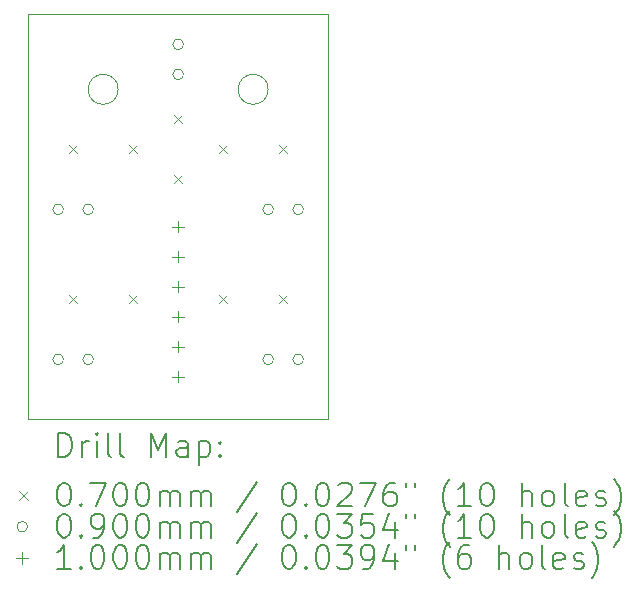
<source format=gbr>
%TF.GenerationSoftware,KiCad,Pcbnew,7.0.8*%
%TF.CreationDate,2023-11-19T21:35:30-05:00*%
%TF.ProjectId,Light Pcb,4c696768-7420-4506-9362-2e6b69636164,rev?*%
%TF.SameCoordinates,Original*%
%TF.FileFunction,Drillmap*%
%TF.FilePolarity,Positive*%
%FSLAX45Y45*%
G04 Gerber Fmt 4.5, Leading zero omitted, Abs format (unit mm)*
G04 Created by KiCad (PCBNEW 7.0.8) date 2023-11-19 21:35:30*
%MOMM*%
%LPD*%
G01*
G04 APERTURE LIST*
%ADD10C,0.100000*%
%ADD11C,0.200000*%
%ADD12C,0.070000*%
%ADD13C,0.090000*%
G04 APERTURE END LIST*
D10*
X10922000Y-5334000D02*
G75*
G03*
X10922000Y-5334000I-127000J0D01*
G01*
X9652000Y-5334000D02*
G75*
G03*
X9652000Y-5334000I-127000J0D01*
G01*
X8890000Y-4699000D02*
X11430000Y-4699000D01*
X11430000Y-8128000D01*
X8890000Y-8128000D01*
X8890000Y-4699000D01*
D11*
D12*
X9236000Y-5807000D02*
X9306000Y-5877000D01*
X9306000Y-5807000D02*
X9236000Y-5877000D01*
X9236000Y-7077000D02*
X9306000Y-7147000D01*
X9306000Y-7077000D02*
X9236000Y-7147000D01*
X9744000Y-5807000D02*
X9814000Y-5877000D01*
X9814000Y-5807000D02*
X9744000Y-5877000D01*
X9744000Y-7077000D02*
X9814000Y-7147000D01*
X9814000Y-7077000D02*
X9744000Y-7147000D01*
X10125000Y-5553000D02*
X10195000Y-5623000D01*
X10195000Y-5553000D02*
X10125000Y-5623000D01*
X10125000Y-6061000D02*
X10195000Y-6131000D01*
X10195000Y-6061000D02*
X10125000Y-6131000D01*
X10506000Y-5807000D02*
X10576000Y-5877000D01*
X10576000Y-5807000D02*
X10506000Y-5877000D01*
X10506000Y-7077000D02*
X10576000Y-7147000D01*
X10576000Y-7077000D02*
X10506000Y-7147000D01*
X11014000Y-5807000D02*
X11084000Y-5877000D01*
X11084000Y-5807000D02*
X11014000Y-5877000D01*
X11014000Y-7077000D02*
X11084000Y-7147000D01*
X11084000Y-7077000D02*
X11014000Y-7147000D01*
D13*
X9189000Y-6350000D02*
G75*
G03*
X9189000Y-6350000I-45000J0D01*
G01*
X9189000Y-7620000D02*
G75*
G03*
X9189000Y-7620000I-45000J0D01*
G01*
X9443000Y-6350000D02*
G75*
G03*
X9443000Y-6350000I-45000J0D01*
G01*
X9443000Y-7620000D02*
G75*
G03*
X9443000Y-7620000I-45000J0D01*
G01*
X10205000Y-4953000D02*
G75*
G03*
X10205000Y-4953000I-45000J0D01*
G01*
X10205000Y-5207000D02*
G75*
G03*
X10205000Y-5207000I-45000J0D01*
G01*
X10967000Y-6350000D02*
G75*
G03*
X10967000Y-6350000I-45000J0D01*
G01*
X10967000Y-7620000D02*
G75*
G03*
X10967000Y-7620000I-45000J0D01*
G01*
X11221000Y-6350000D02*
G75*
G03*
X11221000Y-6350000I-45000J0D01*
G01*
X11221000Y-7620000D02*
G75*
G03*
X11221000Y-7620000I-45000J0D01*
G01*
D10*
X10160000Y-6446000D02*
X10160000Y-6546000D01*
X10110000Y-6496000D02*
X10210000Y-6496000D01*
X10160000Y-6700000D02*
X10160000Y-6800000D01*
X10110000Y-6750000D02*
X10210000Y-6750000D01*
X10160000Y-6954000D02*
X10160000Y-7054000D01*
X10110000Y-7004000D02*
X10210000Y-7004000D01*
X10160000Y-7208000D02*
X10160000Y-7308000D01*
X10110000Y-7258000D02*
X10210000Y-7258000D01*
X10160000Y-7462000D02*
X10160000Y-7562000D01*
X10110000Y-7512000D02*
X10210000Y-7512000D01*
X10160000Y-7716000D02*
X10160000Y-7816000D01*
X10110000Y-7766000D02*
X10210000Y-7766000D01*
D11*
X9145777Y-8444484D02*
X9145777Y-8244484D01*
X9145777Y-8244484D02*
X9193396Y-8244484D01*
X9193396Y-8244484D02*
X9221967Y-8254008D01*
X9221967Y-8254008D02*
X9241015Y-8273055D01*
X9241015Y-8273055D02*
X9250539Y-8292103D01*
X9250539Y-8292103D02*
X9260063Y-8330198D01*
X9260063Y-8330198D02*
X9260063Y-8358769D01*
X9260063Y-8358769D02*
X9250539Y-8396865D01*
X9250539Y-8396865D02*
X9241015Y-8415912D01*
X9241015Y-8415912D02*
X9221967Y-8434960D01*
X9221967Y-8434960D02*
X9193396Y-8444484D01*
X9193396Y-8444484D02*
X9145777Y-8444484D01*
X9345777Y-8444484D02*
X9345777Y-8311150D01*
X9345777Y-8349246D02*
X9355301Y-8330198D01*
X9355301Y-8330198D02*
X9364824Y-8320674D01*
X9364824Y-8320674D02*
X9383872Y-8311150D01*
X9383872Y-8311150D02*
X9402920Y-8311150D01*
X9469586Y-8444484D02*
X9469586Y-8311150D01*
X9469586Y-8244484D02*
X9460063Y-8254008D01*
X9460063Y-8254008D02*
X9469586Y-8263531D01*
X9469586Y-8263531D02*
X9479110Y-8254008D01*
X9479110Y-8254008D02*
X9469586Y-8244484D01*
X9469586Y-8244484D02*
X9469586Y-8263531D01*
X9593396Y-8444484D02*
X9574348Y-8434960D01*
X9574348Y-8434960D02*
X9564824Y-8415912D01*
X9564824Y-8415912D02*
X9564824Y-8244484D01*
X9698158Y-8444484D02*
X9679110Y-8434960D01*
X9679110Y-8434960D02*
X9669586Y-8415912D01*
X9669586Y-8415912D02*
X9669586Y-8244484D01*
X9926729Y-8444484D02*
X9926729Y-8244484D01*
X9926729Y-8244484D02*
X9993396Y-8387341D01*
X9993396Y-8387341D02*
X10060063Y-8244484D01*
X10060063Y-8244484D02*
X10060063Y-8444484D01*
X10241015Y-8444484D02*
X10241015Y-8339722D01*
X10241015Y-8339722D02*
X10231491Y-8320674D01*
X10231491Y-8320674D02*
X10212444Y-8311150D01*
X10212444Y-8311150D02*
X10174348Y-8311150D01*
X10174348Y-8311150D02*
X10155301Y-8320674D01*
X10241015Y-8434960D02*
X10221967Y-8444484D01*
X10221967Y-8444484D02*
X10174348Y-8444484D01*
X10174348Y-8444484D02*
X10155301Y-8434960D01*
X10155301Y-8434960D02*
X10145777Y-8415912D01*
X10145777Y-8415912D02*
X10145777Y-8396865D01*
X10145777Y-8396865D02*
X10155301Y-8377817D01*
X10155301Y-8377817D02*
X10174348Y-8368293D01*
X10174348Y-8368293D02*
X10221967Y-8368293D01*
X10221967Y-8368293D02*
X10241015Y-8358769D01*
X10336253Y-8311150D02*
X10336253Y-8511150D01*
X10336253Y-8320674D02*
X10355301Y-8311150D01*
X10355301Y-8311150D02*
X10393396Y-8311150D01*
X10393396Y-8311150D02*
X10412444Y-8320674D01*
X10412444Y-8320674D02*
X10421967Y-8330198D01*
X10421967Y-8330198D02*
X10431491Y-8349246D01*
X10431491Y-8349246D02*
X10431491Y-8406389D01*
X10431491Y-8406389D02*
X10421967Y-8425436D01*
X10421967Y-8425436D02*
X10412444Y-8434960D01*
X10412444Y-8434960D02*
X10393396Y-8444484D01*
X10393396Y-8444484D02*
X10355301Y-8444484D01*
X10355301Y-8444484D02*
X10336253Y-8434960D01*
X10517205Y-8425436D02*
X10526729Y-8434960D01*
X10526729Y-8434960D02*
X10517205Y-8444484D01*
X10517205Y-8444484D02*
X10507682Y-8434960D01*
X10507682Y-8434960D02*
X10517205Y-8425436D01*
X10517205Y-8425436D02*
X10517205Y-8444484D01*
X10517205Y-8320674D02*
X10526729Y-8330198D01*
X10526729Y-8330198D02*
X10517205Y-8339722D01*
X10517205Y-8339722D02*
X10507682Y-8330198D01*
X10507682Y-8330198D02*
X10517205Y-8320674D01*
X10517205Y-8320674D02*
X10517205Y-8339722D01*
D12*
X8815000Y-8738000D02*
X8885000Y-8808000D01*
X8885000Y-8738000D02*
X8815000Y-8808000D01*
D11*
X9183872Y-8664484D02*
X9202920Y-8664484D01*
X9202920Y-8664484D02*
X9221967Y-8674008D01*
X9221967Y-8674008D02*
X9231491Y-8683531D01*
X9231491Y-8683531D02*
X9241015Y-8702579D01*
X9241015Y-8702579D02*
X9250539Y-8740674D01*
X9250539Y-8740674D02*
X9250539Y-8788293D01*
X9250539Y-8788293D02*
X9241015Y-8826389D01*
X9241015Y-8826389D02*
X9231491Y-8845436D01*
X9231491Y-8845436D02*
X9221967Y-8854960D01*
X9221967Y-8854960D02*
X9202920Y-8864484D01*
X9202920Y-8864484D02*
X9183872Y-8864484D01*
X9183872Y-8864484D02*
X9164824Y-8854960D01*
X9164824Y-8854960D02*
X9155301Y-8845436D01*
X9155301Y-8845436D02*
X9145777Y-8826389D01*
X9145777Y-8826389D02*
X9136253Y-8788293D01*
X9136253Y-8788293D02*
X9136253Y-8740674D01*
X9136253Y-8740674D02*
X9145777Y-8702579D01*
X9145777Y-8702579D02*
X9155301Y-8683531D01*
X9155301Y-8683531D02*
X9164824Y-8674008D01*
X9164824Y-8674008D02*
X9183872Y-8664484D01*
X9336253Y-8845436D02*
X9345777Y-8854960D01*
X9345777Y-8854960D02*
X9336253Y-8864484D01*
X9336253Y-8864484D02*
X9326729Y-8854960D01*
X9326729Y-8854960D02*
X9336253Y-8845436D01*
X9336253Y-8845436D02*
X9336253Y-8864484D01*
X9412444Y-8664484D02*
X9545777Y-8664484D01*
X9545777Y-8664484D02*
X9460063Y-8864484D01*
X9660063Y-8664484D02*
X9679110Y-8664484D01*
X9679110Y-8664484D02*
X9698158Y-8674008D01*
X9698158Y-8674008D02*
X9707682Y-8683531D01*
X9707682Y-8683531D02*
X9717205Y-8702579D01*
X9717205Y-8702579D02*
X9726729Y-8740674D01*
X9726729Y-8740674D02*
X9726729Y-8788293D01*
X9726729Y-8788293D02*
X9717205Y-8826389D01*
X9717205Y-8826389D02*
X9707682Y-8845436D01*
X9707682Y-8845436D02*
X9698158Y-8854960D01*
X9698158Y-8854960D02*
X9679110Y-8864484D01*
X9679110Y-8864484D02*
X9660063Y-8864484D01*
X9660063Y-8864484D02*
X9641015Y-8854960D01*
X9641015Y-8854960D02*
X9631491Y-8845436D01*
X9631491Y-8845436D02*
X9621967Y-8826389D01*
X9621967Y-8826389D02*
X9612444Y-8788293D01*
X9612444Y-8788293D02*
X9612444Y-8740674D01*
X9612444Y-8740674D02*
X9621967Y-8702579D01*
X9621967Y-8702579D02*
X9631491Y-8683531D01*
X9631491Y-8683531D02*
X9641015Y-8674008D01*
X9641015Y-8674008D02*
X9660063Y-8664484D01*
X9850539Y-8664484D02*
X9869586Y-8664484D01*
X9869586Y-8664484D02*
X9888634Y-8674008D01*
X9888634Y-8674008D02*
X9898158Y-8683531D01*
X9898158Y-8683531D02*
X9907682Y-8702579D01*
X9907682Y-8702579D02*
X9917205Y-8740674D01*
X9917205Y-8740674D02*
X9917205Y-8788293D01*
X9917205Y-8788293D02*
X9907682Y-8826389D01*
X9907682Y-8826389D02*
X9898158Y-8845436D01*
X9898158Y-8845436D02*
X9888634Y-8854960D01*
X9888634Y-8854960D02*
X9869586Y-8864484D01*
X9869586Y-8864484D02*
X9850539Y-8864484D01*
X9850539Y-8864484D02*
X9831491Y-8854960D01*
X9831491Y-8854960D02*
X9821967Y-8845436D01*
X9821967Y-8845436D02*
X9812444Y-8826389D01*
X9812444Y-8826389D02*
X9802920Y-8788293D01*
X9802920Y-8788293D02*
X9802920Y-8740674D01*
X9802920Y-8740674D02*
X9812444Y-8702579D01*
X9812444Y-8702579D02*
X9821967Y-8683531D01*
X9821967Y-8683531D02*
X9831491Y-8674008D01*
X9831491Y-8674008D02*
X9850539Y-8664484D01*
X10002920Y-8864484D02*
X10002920Y-8731150D01*
X10002920Y-8750198D02*
X10012444Y-8740674D01*
X10012444Y-8740674D02*
X10031491Y-8731150D01*
X10031491Y-8731150D02*
X10060063Y-8731150D01*
X10060063Y-8731150D02*
X10079110Y-8740674D01*
X10079110Y-8740674D02*
X10088634Y-8759722D01*
X10088634Y-8759722D02*
X10088634Y-8864484D01*
X10088634Y-8759722D02*
X10098158Y-8740674D01*
X10098158Y-8740674D02*
X10117205Y-8731150D01*
X10117205Y-8731150D02*
X10145777Y-8731150D01*
X10145777Y-8731150D02*
X10164825Y-8740674D01*
X10164825Y-8740674D02*
X10174348Y-8759722D01*
X10174348Y-8759722D02*
X10174348Y-8864484D01*
X10269586Y-8864484D02*
X10269586Y-8731150D01*
X10269586Y-8750198D02*
X10279110Y-8740674D01*
X10279110Y-8740674D02*
X10298158Y-8731150D01*
X10298158Y-8731150D02*
X10326729Y-8731150D01*
X10326729Y-8731150D02*
X10345777Y-8740674D01*
X10345777Y-8740674D02*
X10355301Y-8759722D01*
X10355301Y-8759722D02*
X10355301Y-8864484D01*
X10355301Y-8759722D02*
X10364825Y-8740674D01*
X10364825Y-8740674D02*
X10383872Y-8731150D01*
X10383872Y-8731150D02*
X10412444Y-8731150D01*
X10412444Y-8731150D02*
X10431491Y-8740674D01*
X10431491Y-8740674D02*
X10441015Y-8759722D01*
X10441015Y-8759722D02*
X10441015Y-8864484D01*
X10831491Y-8654960D02*
X10660063Y-8912103D01*
X11088634Y-8664484D02*
X11107682Y-8664484D01*
X11107682Y-8664484D02*
X11126729Y-8674008D01*
X11126729Y-8674008D02*
X11136253Y-8683531D01*
X11136253Y-8683531D02*
X11145777Y-8702579D01*
X11145777Y-8702579D02*
X11155301Y-8740674D01*
X11155301Y-8740674D02*
X11155301Y-8788293D01*
X11155301Y-8788293D02*
X11145777Y-8826389D01*
X11145777Y-8826389D02*
X11136253Y-8845436D01*
X11136253Y-8845436D02*
X11126729Y-8854960D01*
X11126729Y-8854960D02*
X11107682Y-8864484D01*
X11107682Y-8864484D02*
X11088634Y-8864484D01*
X11088634Y-8864484D02*
X11069587Y-8854960D01*
X11069587Y-8854960D02*
X11060063Y-8845436D01*
X11060063Y-8845436D02*
X11050539Y-8826389D01*
X11050539Y-8826389D02*
X11041015Y-8788293D01*
X11041015Y-8788293D02*
X11041015Y-8740674D01*
X11041015Y-8740674D02*
X11050539Y-8702579D01*
X11050539Y-8702579D02*
X11060063Y-8683531D01*
X11060063Y-8683531D02*
X11069587Y-8674008D01*
X11069587Y-8674008D02*
X11088634Y-8664484D01*
X11241015Y-8845436D02*
X11250539Y-8854960D01*
X11250539Y-8854960D02*
X11241015Y-8864484D01*
X11241015Y-8864484D02*
X11231491Y-8854960D01*
X11231491Y-8854960D02*
X11241015Y-8845436D01*
X11241015Y-8845436D02*
X11241015Y-8864484D01*
X11374348Y-8664484D02*
X11393396Y-8664484D01*
X11393396Y-8664484D02*
X11412444Y-8674008D01*
X11412444Y-8674008D02*
X11421967Y-8683531D01*
X11421967Y-8683531D02*
X11431491Y-8702579D01*
X11431491Y-8702579D02*
X11441015Y-8740674D01*
X11441015Y-8740674D02*
X11441015Y-8788293D01*
X11441015Y-8788293D02*
X11431491Y-8826389D01*
X11431491Y-8826389D02*
X11421967Y-8845436D01*
X11421967Y-8845436D02*
X11412444Y-8854960D01*
X11412444Y-8854960D02*
X11393396Y-8864484D01*
X11393396Y-8864484D02*
X11374348Y-8864484D01*
X11374348Y-8864484D02*
X11355301Y-8854960D01*
X11355301Y-8854960D02*
X11345777Y-8845436D01*
X11345777Y-8845436D02*
X11336253Y-8826389D01*
X11336253Y-8826389D02*
X11326729Y-8788293D01*
X11326729Y-8788293D02*
X11326729Y-8740674D01*
X11326729Y-8740674D02*
X11336253Y-8702579D01*
X11336253Y-8702579D02*
X11345777Y-8683531D01*
X11345777Y-8683531D02*
X11355301Y-8674008D01*
X11355301Y-8674008D02*
X11374348Y-8664484D01*
X11517206Y-8683531D02*
X11526729Y-8674008D01*
X11526729Y-8674008D02*
X11545777Y-8664484D01*
X11545777Y-8664484D02*
X11593396Y-8664484D01*
X11593396Y-8664484D02*
X11612444Y-8674008D01*
X11612444Y-8674008D02*
X11621967Y-8683531D01*
X11621967Y-8683531D02*
X11631491Y-8702579D01*
X11631491Y-8702579D02*
X11631491Y-8721627D01*
X11631491Y-8721627D02*
X11621967Y-8750198D01*
X11621967Y-8750198D02*
X11507682Y-8864484D01*
X11507682Y-8864484D02*
X11631491Y-8864484D01*
X11698158Y-8664484D02*
X11831491Y-8664484D01*
X11831491Y-8664484D02*
X11745777Y-8864484D01*
X11993396Y-8664484D02*
X11955301Y-8664484D01*
X11955301Y-8664484D02*
X11936253Y-8674008D01*
X11936253Y-8674008D02*
X11926729Y-8683531D01*
X11926729Y-8683531D02*
X11907682Y-8712103D01*
X11907682Y-8712103D02*
X11898158Y-8750198D01*
X11898158Y-8750198D02*
X11898158Y-8826389D01*
X11898158Y-8826389D02*
X11907682Y-8845436D01*
X11907682Y-8845436D02*
X11917206Y-8854960D01*
X11917206Y-8854960D02*
X11936253Y-8864484D01*
X11936253Y-8864484D02*
X11974348Y-8864484D01*
X11974348Y-8864484D02*
X11993396Y-8854960D01*
X11993396Y-8854960D02*
X12002920Y-8845436D01*
X12002920Y-8845436D02*
X12012444Y-8826389D01*
X12012444Y-8826389D02*
X12012444Y-8778770D01*
X12012444Y-8778770D02*
X12002920Y-8759722D01*
X12002920Y-8759722D02*
X11993396Y-8750198D01*
X11993396Y-8750198D02*
X11974348Y-8740674D01*
X11974348Y-8740674D02*
X11936253Y-8740674D01*
X11936253Y-8740674D02*
X11917206Y-8750198D01*
X11917206Y-8750198D02*
X11907682Y-8759722D01*
X11907682Y-8759722D02*
X11898158Y-8778770D01*
X12088634Y-8664484D02*
X12088634Y-8702579D01*
X12164825Y-8664484D02*
X12164825Y-8702579D01*
X12460063Y-8940674D02*
X12450539Y-8931150D01*
X12450539Y-8931150D02*
X12431491Y-8902579D01*
X12431491Y-8902579D02*
X12421968Y-8883531D01*
X12421968Y-8883531D02*
X12412444Y-8854960D01*
X12412444Y-8854960D02*
X12402920Y-8807341D01*
X12402920Y-8807341D02*
X12402920Y-8769246D01*
X12402920Y-8769246D02*
X12412444Y-8721627D01*
X12412444Y-8721627D02*
X12421968Y-8693055D01*
X12421968Y-8693055D02*
X12431491Y-8674008D01*
X12431491Y-8674008D02*
X12450539Y-8645436D01*
X12450539Y-8645436D02*
X12460063Y-8635912D01*
X12641015Y-8864484D02*
X12526729Y-8864484D01*
X12583872Y-8864484D02*
X12583872Y-8664484D01*
X12583872Y-8664484D02*
X12564825Y-8693055D01*
X12564825Y-8693055D02*
X12545777Y-8712103D01*
X12545777Y-8712103D02*
X12526729Y-8721627D01*
X12764825Y-8664484D02*
X12783872Y-8664484D01*
X12783872Y-8664484D02*
X12802920Y-8674008D01*
X12802920Y-8674008D02*
X12812444Y-8683531D01*
X12812444Y-8683531D02*
X12821968Y-8702579D01*
X12821968Y-8702579D02*
X12831491Y-8740674D01*
X12831491Y-8740674D02*
X12831491Y-8788293D01*
X12831491Y-8788293D02*
X12821968Y-8826389D01*
X12821968Y-8826389D02*
X12812444Y-8845436D01*
X12812444Y-8845436D02*
X12802920Y-8854960D01*
X12802920Y-8854960D02*
X12783872Y-8864484D01*
X12783872Y-8864484D02*
X12764825Y-8864484D01*
X12764825Y-8864484D02*
X12745777Y-8854960D01*
X12745777Y-8854960D02*
X12736253Y-8845436D01*
X12736253Y-8845436D02*
X12726729Y-8826389D01*
X12726729Y-8826389D02*
X12717206Y-8788293D01*
X12717206Y-8788293D02*
X12717206Y-8740674D01*
X12717206Y-8740674D02*
X12726729Y-8702579D01*
X12726729Y-8702579D02*
X12736253Y-8683531D01*
X12736253Y-8683531D02*
X12745777Y-8674008D01*
X12745777Y-8674008D02*
X12764825Y-8664484D01*
X13069587Y-8864484D02*
X13069587Y-8664484D01*
X13155301Y-8864484D02*
X13155301Y-8759722D01*
X13155301Y-8759722D02*
X13145777Y-8740674D01*
X13145777Y-8740674D02*
X13126730Y-8731150D01*
X13126730Y-8731150D02*
X13098158Y-8731150D01*
X13098158Y-8731150D02*
X13079110Y-8740674D01*
X13079110Y-8740674D02*
X13069587Y-8750198D01*
X13279110Y-8864484D02*
X13260063Y-8854960D01*
X13260063Y-8854960D02*
X13250539Y-8845436D01*
X13250539Y-8845436D02*
X13241015Y-8826389D01*
X13241015Y-8826389D02*
X13241015Y-8769246D01*
X13241015Y-8769246D02*
X13250539Y-8750198D01*
X13250539Y-8750198D02*
X13260063Y-8740674D01*
X13260063Y-8740674D02*
X13279110Y-8731150D01*
X13279110Y-8731150D02*
X13307682Y-8731150D01*
X13307682Y-8731150D02*
X13326730Y-8740674D01*
X13326730Y-8740674D02*
X13336253Y-8750198D01*
X13336253Y-8750198D02*
X13345777Y-8769246D01*
X13345777Y-8769246D02*
X13345777Y-8826389D01*
X13345777Y-8826389D02*
X13336253Y-8845436D01*
X13336253Y-8845436D02*
X13326730Y-8854960D01*
X13326730Y-8854960D02*
X13307682Y-8864484D01*
X13307682Y-8864484D02*
X13279110Y-8864484D01*
X13460063Y-8864484D02*
X13441015Y-8854960D01*
X13441015Y-8854960D02*
X13431491Y-8835912D01*
X13431491Y-8835912D02*
X13431491Y-8664484D01*
X13612444Y-8854960D02*
X13593396Y-8864484D01*
X13593396Y-8864484D02*
X13555301Y-8864484D01*
X13555301Y-8864484D02*
X13536253Y-8854960D01*
X13536253Y-8854960D02*
X13526730Y-8835912D01*
X13526730Y-8835912D02*
X13526730Y-8759722D01*
X13526730Y-8759722D02*
X13536253Y-8740674D01*
X13536253Y-8740674D02*
X13555301Y-8731150D01*
X13555301Y-8731150D02*
X13593396Y-8731150D01*
X13593396Y-8731150D02*
X13612444Y-8740674D01*
X13612444Y-8740674D02*
X13621968Y-8759722D01*
X13621968Y-8759722D02*
X13621968Y-8778770D01*
X13621968Y-8778770D02*
X13526730Y-8797817D01*
X13698158Y-8854960D02*
X13717206Y-8864484D01*
X13717206Y-8864484D02*
X13755301Y-8864484D01*
X13755301Y-8864484D02*
X13774349Y-8854960D01*
X13774349Y-8854960D02*
X13783872Y-8835912D01*
X13783872Y-8835912D02*
X13783872Y-8826389D01*
X13783872Y-8826389D02*
X13774349Y-8807341D01*
X13774349Y-8807341D02*
X13755301Y-8797817D01*
X13755301Y-8797817D02*
X13726730Y-8797817D01*
X13726730Y-8797817D02*
X13707682Y-8788293D01*
X13707682Y-8788293D02*
X13698158Y-8769246D01*
X13698158Y-8769246D02*
X13698158Y-8759722D01*
X13698158Y-8759722D02*
X13707682Y-8740674D01*
X13707682Y-8740674D02*
X13726730Y-8731150D01*
X13726730Y-8731150D02*
X13755301Y-8731150D01*
X13755301Y-8731150D02*
X13774349Y-8740674D01*
X13850539Y-8940674D02*
X13860063Y-8931150D01*
X13860063Y-8931150D02*
X13879111Y-8902579D01*
X13879111Y-8902579D02*
X13888634Y-8883531D01*
X13888634Y-8883531D02*
X13898158Y-8854960D01*
X13898158Y-8854960D02*
X13907682Y-8807341D01*
X13907682Y-8807341D02*
X13907682Y-8769246D01*
X13907682Y-8769246D02*
X13898158Y-8721627D01*
X13898158Y-8721627D02*
X13888634Y-8693055D01*
X13888634Y-8693055D02*
X13879111Y-8674008D01*
X13879111Y-8674008D02*
X13860063Y-8645436D01*
X13860063Y-8645436D02*
X13850539Y-8635912D01*
D13*
X8885000Y-9037000D02*
G75*
G03*
X8885000Y-9037000I-45000J0D01*
G01*
D11*
X9183872Y-8928484D02*
X9202920Y-8928484D01*
X9202920Y-8928484D02*
X9221967Y-8938008D01*
X9221967Y-8938008D02*
X9231491Y-8947531D01*
X9231491Y-8947531D02*
X9241015Y-8966579D01*
X9241015Y-8966579D02*
X9250539Y-9004674D01*
X9250539Y-9004674D02*
X9250539Y-9052293D01*
X9250539Y-9052293D02*
X9241015Y-9090389D01*
X9241015Y-9090389D02*
X9231491Y-9109436D01*
X9231491Y-9109436D02*
X9221967Y-9118960D01*
X9221967Y-9118960D02*
X9202920Y-9128484D01*
X9202920Y-9128484D02*
X9183872Y-9128484D01*
X9183872Y-9128484D02*
X9164824Y-9118960D01*
X9164824Y-9118960D02*
X9155301Y-9109436D01*
X9155301Y-9109436D02*
X9145777Y-9090389D01*
X9145777Y-9090389D02*
X9136253Y-9052293D01*
X9136253Y-9052293D02*
X9136253Y-9004674D01*
X9136253Y-9004674D02*
X9145777Y-8966579D01*
X9145777Y-8966579D02*
X9155301Y-8947531D01*
X9155301Y-8947531D02*
X9164824Y-8938008D01*
X9164824Y-8938008D02*
X9183872Y-8928484D01*
X9336253Y-9109436D02*
X9345777Y-9118960D01*
X9345777Y-9118960D02*
X9336253Y-9128484D01*
X9336253Y-9128484D02*
X9326729Y-9118960D01*
X9326729Y-9118960D02*
X9336253Y-9109436D01*
X9336253Y-9109436D02*
X9336253Y-9128484D01*
X9441015Y-9128484D02*
X9479110Y-9128484D01*
X9479110Y-9128484D02*
X9498158Y-9118960D01*
X9498158Y-9118960D02*
X9507682Y-9109436D01*
X9507682Y-9109436D02*
X9526729Y-9080865D01*
X9526729Y-9080865D02*
X9536253Y-9042770D01*
X9536253Y-9042770D02*
X9536253Y-8966579D01*
X9536253Y-8966579D02*
X9526729Y-8947531D01*
X9526729Y-8947531D02*
X9517205Y-8938008D01*
X9517205Y-8938008D02*
X9498158Y-8928484D01*
X9498158Y-8928484D02*
X9460063Y-8928484D01*
X9460063Y-8928484D02*
X9441015Y-8938008D01*
X9441015Y-8938008D02*
X9431491Y-8947531D01*
X9431491Y-8947531D02*
X9421967Y-8966579D01*
X9421967Y-8966579D02*
X9421967Y-9014198D01*
X9421967Y-9014198D02*
X9431491Y-9033246D01*
X9431491Y-9033246D02*
X9441015Y-9042770D01*
X9441015Y-9042770D02*
X9460063Y-9052293D01*
X9460063Y-9052293D02*
X9498158Y-9052293D01*
X9498158Y-9052293D02*
X9517205Y-9042770D01*
X9517205Y-9042770D02*
X9526729Y-9033246D01*
X9526729Y-9033246D02*
X9536253Y-9014198D01*
X9660063Y-8928484D02*
X9679110Y-8928484D01*
X9679110Y-8928484D02*
X9698158Y-8938008D01*
X9698158Y-8938008D02*
X9707682Y-8947531D01*
X9707682Y-8947531D02*
X9717205Y-8966579D01*
X9717205Y-8966579D02*
X9726729Y-9004674D01*
X9726729Y-9004674D02*
X9726729Y-9052293D01*
X9726729Y-9052293D02*
X9717205Y-9090389D01*
X9717205Y-9090389D02*
X9707682Y-9109436D01*
X9707682Y-9109436D02*
X9698158Y-9118960D01*
X9698158Y-9118960D02*
X9679110Y-9128484D01*
X9679110Y-9128484D02*
X9660063Y-9128484D01*
X9660063Y-9128484D02*
X9641015Y-9118960D01*
X9641015Y-9118960D02*
X9631491Y-9109436D01*
X9631491Y-9109436D02*
X9621967Y-9090389D01*
X9621967Y-9090389D02*
X9612444Y-9052293D01*
X9612444Y-9052293D02*
X9612444Y-9004674D01*
X9612444Y-9004674D02*
X9621967Y-8966579D01*
X9621967Y-8966579D02*
X9631491Y-8947531D01*
X9631491Y-8947531D02*
X9641015Y-8938008D01*
X9641015Y-8938008D02*
X9660063Y-8928484D01*
X9850539Y-8928484D02*
X9869586Y-8928484D01*
X9869586Y-8928484D02*
X9888634Y-8938008D01*
X9888634Y-8938008D02*
X9898158Y-8947531D01*
X9898158Y-8947531D02*
X9907682Y-8966579D01*
X9907682Y-8966579D02*
X9917205Y-9004674D01*
X9917205Y-9004674D02*
X9917205Y-9052293D01*
X9917205Y-9052293D02*
X9907682Y-9090389D01*
X9907682Y-9090389D02*
X9898158Y-9109436D01*
X9898158Y-9109436D02*
X9888634Y-9118960D01*
X9888634Y-9118960D02*
X9869586Y-9128484D01*
X9869586Y-9128484D02*
X9850539Y-9128484D01*
X9850539Y-9128484D02*
X9831491Y-9118960D01*
X9831491Y-9118960D02*
X9821967Y-9109436D01*
X9821967Y-9109436D02*
X9812444Y-9090389D01*
X9812444Y-9090389D02*
X9802920Y-9052293D01*
X9802920Y-9052293D02*
X9802920Y-9004674D01*
X9802920Y-9004674D02*
X9812444Y-8966579D01*
X9812444Y-8966579D02*
X9821967Y-8947531D01*
X9821967Y-8947531D02*
X9831491Y-8938008D01*
X9831491Y-8938008D02*
X9850539Y-8928484D01*
X10002920Y-9128484D02*
X10002920Y-8995150D01*
X10002920Y-9014198D02*
X10012444Y-9004674D01*
X10012444Y-9004674D02*
X10031491Y-8995150D01*
X10031491Y-8995150D02*
X10060063Y-8995150D01*
X10060063Y-8995150D02*
X10079110Y-9004674D01*
X10079110Y-9004674D02*
X10088634Y-9023722D01*
X10088634Y-9023722D02*
X10088634Y-9128484D01*
X10088634Y-9023722D02*
X10098158Y-9004674D01*
X10098158Y-9004674D02*
X10117205Y-8995150D01*
X10117205Y-8995150D02*
X10145777Y-8995150D01*
X10145777Y-8995150D02*
X10164825Y-9004674D01*
X10164825Y-9004674D02*
X10174348Y-9023722D01*
X10174348Y-9023722D02*
X10174348Y-9128484D01*
X10269586Y-9128484D02*
X10269586Y-8995150D01*
X10269586Y-9014198D02*
X10279110Y-9004674D01*
X10279110Y-9004674D02*
X10298158Y-8995150D01*
X10298158Y-8995150D02*
X10326729Y-8995150D01*
X10326729Y-8995150D02*
X10345777Y-9004674D01*
X10345777Y-9004674D02*
X10355301Y-9023722D01*
X10355301Y-9023722D02*
X10355301Y-9128484D01*
X10355301Y-9023722D02*
X10364825Y-9004674D01*
X10364825Y-9004674D02*
X10383872Y-8995150D01*
X10383872Y-8995150D02*
X10412444Y-8995150D01*
X10412444Y-8995150D02*
X10431491Y-9004674D01*
X10431491Y-9004674D02*
X10441015Y-9023722D01*
X10441015Y-9023722D02*
X10441015Y-9128484D01*
X10831491Y-8918960D02*
X10660063Y-9176103D01*
X11088634Y-8928484D02*
X11107682Y-8928484D01*
X11107682Y-8928484D02*
X11126729Y-8938008D01*
X11126729Y-8938008D02*
X11136253Y-8947531D01*
X11136253Y-8947531D02*
X11145777Y-8966579D01*
X11145777Y-8966579D02*
X11155301Y-9004674D01*
X11155301Y-9004674D02*
X11155301Y-9052293D01*
X11155301Y-9052293D02*
X11145777Y-9090389D01*
X11145777Y-9090389D02*
X11136253Y-9109436D01*
X11136253Y-9109436D02*
X11126729Y-9118960D01*
X11126729Y-9118960D02*
X11107682Y-9128484D01*
X11107682Y-9128484D02*
X11088634Y-9128484D01*
X11088634Y-9128484D02*
X11069587Y-9118960D01*
X11069587Y-9118960D02*
X11060063Y-9109436D01*
X11060063Y-9109436D02*
X11050539Y-9090389D01*
X11050539Y-9090389D02*
X11041015Y-9052293D01*
X11041015Y-9052293D02*
X11041015Y-9004674D01*
X11041015Y-9004674D02*
X11050539Y-8966579D01*
X11050539Y-8966579D02*
X11060063Y-8947531D01*
X11060063Y-8947531D02*
X11069587Y-8938008D01*
X11069587Y-8938008D02*
X11088634Y-8928484D01*
X11241015Y-9109436D02*
X11250539Y-9118960D01*
X11250539Y-9118960D02*
X11241015Y-9128484D01*
X11241015Y-9128484D02*
X11231491Y-9118960D01*
X11231491Y-9118960D02*
X11241015Y-9109436D01*
X11241015Y-9109436D02*
X11241015Y-9128484D01*
X11374348Y-8928484D02*
X11393396Y-8928484D01*
X11393396Y-8928484D02*
X11412444Y-8938008D01*
X11412444Y-8938008D02*
X11421967Y-8947531D01*
X11421967Y-8947531D02*
X11431491Y-8966579D01*
X11431491Y-8966579D02*
X11441015Y-9004674D01*
X11441015Y-9004674D02*
X11441015Y-9052293D01*
X11441015Y-9052293D02*
X11431491Y-9090389D01*
X11431491Y-9090389D02*
X11421967Y-9109436D01*
X11421967Y-9109436D02*
X11412444Y-9118960D01*
X11412444Y-9118960D02*
X11393396Y-9128484D01*
X11393396Y-9128484D02*
X11374348Y-9128484D01*
X11374348Y-9128484D02*
X11355301Y-9118960D01*
X11355301Y-9118960D02*
X11345777Y-9109436D01*
X11345777Y-9109436D02*
X11336253Y-9090389D01*
X11336253Y-9090389D02*
X11326729Y-9052293D01*
X11326729Y-9052293D02*
X11326729Y-9004674D01*
X11326729Y-9004674D02*
X11336253Y-8966579D01*
X11336253Y-8966579D02*
X11345777Y-8947531D01*
X11345777Y-8947531D02*
X11355301Y-8938008D01*
X11355301Y-8938008D02*
X11374348Y-8928484D01*
X11507682Y-8928484D02*
X11631491Y-8928484D01*
X11631491Y-8928484D02*
X11564825Y-9004674D01*
X11564825Y-9004674D02*
X11593396Y-9004674D01*
X11593396Y-9004674D02*
X11612444Y-9014198D01*
X11612444Y-9014198D02*
X11621967Y-9023722D01*
X11621967Y-9023722D02*
X11631491Y-9042770D01*
X11631491Y-9042770D02*
X11631491Y-9090389D01*
X11631491Y-9090389D02*
X11621967Y-9109436D01*
X11621967Y-9109436D02*
X11612444Y-9118960D01*
X11612444Y-9118960D02*
X11593396Y-9128484D01*
X11593396Y-9128484D02*
X11536253Y-9128484D01*
X11536253Y-9128484D02*
X11517206Y-9118960D01*
X11517206Y-9118960D02*
X11507682Y-9109436D01*
X11812444Y-8928484D02*
X11717206Y-8928484D01*
X11717206Y-8928484D02*
X11707682Y-9023722D01*
X11707682Y-9023722D02*
X11717206Y-9014198D01*
X11717206Y-9014198D02*
X11736253Y-9004674D01*
X11736253Y-9004674D02*
X11783872Y-9004674D01*
X11783872Y-9004674D02*
X11802920Y-9014198D01*
X11802920Y-9014198D02*
X11812444Y-9023722D01*
X11812444Y-9023722D02*
X11821967Y-9042770D01*
X11821967Y-9042770D02*
X11821967Y-9090389D01*
X11821967Y-9090389D02*
X11812444Y-9109436D01*
X11812444Y-9109436D02*
X11802920Y-9118960D01*
X11802920Y-9118960D02*
X11783872Y-9128484D01*
X11783872Y-9128484D02*
X11736253Y-9128484D01*
X11736253Y-9128484D02*
X11717206Y-9118960D01*
X11717206Y-9118960D02*
X11707682Y-9109436D01*
X11993396Y-8995150D02*
X11993396Y-9128484D01*
X11945777Y-8918960D02*
X11898158Y-9061817D01*
X11898158Y-9061817D02*
X12021967Y-9061817D01*
X12088634Y-8928484D02*
X12088634Y-8966579D01*
X12164825Y-8928484D02*
X12164825Y-8966579D01*
X12460063Y-9204674D02*
X12450539Y-9195150D01*
X12450539Y-9195150D02*
X12431491Y-9166579D01*
X12431491Y-9166579D02*
X12421968Y-9147531D01*
X12421968Y-9147531D02*
X12412444Y-9118960D01*
X12412444Y-9118960D02*
X12402920Y-9071341D01*
X12402920Y-9071341D02*
X12402920Y-9033246D01*
X12402920Y-9033246D02*
X12412444Y-8985627D01*
X12412444Y-8985627D02*
X12421968Y-8957055D01*
X12421968Y-8957055D02*
X12431491Y-8938008D01*
X12431491Y-8938008D02*
X12450539Y-8909436D01*
X12450539Y-8909436D02*
X12460063Y-8899912D01*
X12641015Y-9128484D02*
X12526729Y-9128484D01*
X12583872Y-9128484D02*
X12583872Y-8928484D01*
X12583872Y-8928484D02*
X12564825Y-8957055D01*
X12564825Y-8957055D02*
X12545777Y-8976103D01*
X12545777Y-8976103D02*
X12526729Y-8985627D01*
X12764825Y-8928484D02*
X12783872Y-8928484D01*
X12783872Y-8928484D02*
X12802920Y-8938008D01*
X12802920Y-8938008D02*
X12812444Y-8947531D01*
X12812444Y-8947531D02*
X12821968Y-8966579D01*
X12821968Y-8966579D02*
X12831491Y-9004674D01*
X12831491Y-9004674D02*
X12831491Y-9052293D01*
X12831491Y-9052293D02*
X12821968Y-9090389D01*
X12821968Y-9090389D02*
X12812444Y-9109436D01*
X12812444Y-9109436D02*
X12802920Y-9118960D01*
X12802920Y-9118960D02*
X12783872Y-9128484D01*
X12783872Y-9128484D02*
X12764825Y-9128484D01*
X12764825Y-9128484D02*
X12745777Y-9118960D01*
X12745777Y-9118960D02*
X12736253Y-9109436D01*
X12736253Y-9109436D02*
X12726729Y-9090389D01*
X12726729Y-9090389D02*
X12717206Y-9052293D01*
X12717206Y-9052293D02*
X12717206Y-9004674D01*
X12717206Y-9004674D02*
X12726729Y-8966579D01*
X12726729Y-8966579D02*
X12736253Y-8947531D01*
X12736253Y-8947531D02*
X12745777Y-8938008D01*
X12745777Y-8938008D02*
X12764825Y-8928484D01*
X13069587Y-9128484D02*
X13069587Y-8928484D01*
X13155301Y-9128484D02*
X13155301Y-9023722D01*
X13155301Y-9023722D02*
X13145777Y-9004674D01*
X13145777Y-9004674D02*
X13126730Y-8995150D01*
X13126730Y-8995150D02*
X13098158Y-8995150D01*
X13098158Y-8995150D02*
X13079110Y-9004674D01*
X13079110Y-9004674D02*
X13069587Y-9014198D01*
X13279110Y-9128484D02*
X13260063Y-9118960D01*
X13260063Y-9118960D02*
X13250539Y-9109436D01*
X13250539Y-9109436D02*
X13241015Y-9090389D01*
X13241015Y-9090389D02*
X13241015Y-9033246D01*
X13241015Y-9033246D02*
X13250539Y-9014198D01*
X13250539Y-9014198D02*
X13260063Y-9004674D01*
X13260063Y-9004674D02*
X13279110Y-8995150D01*
X13279110Y-8995150D02*
X13307682Y-8995150D01*
X13307682Y-8995150D02*
X13326730Y-9004674D01*
X13326730Y-9004674D02*
X13336253Y-9014198D01*
X13336253Y-9014198D02*
X13345777Y-9033246D01*
X13345777Y-9033246D02*
X13345777Y-9090389D01*
X13345777Y-9090389D02*
X13336253Y-9109436D01*
X13336253Y-9109436D02*
X13326730Y-9118960D01*
X13326730Y-9118960D02*
X13307682Y-9128484D01*
X13307682Y-9128484D02*
X13279110Y-9128484D01*
X13460063Y-9128484D02*
X13441015Y-9118960D01*
X13441015Y-9118960D02*
X13431491Y-9099912D01*
X13431491Y-9099912D02*
X13431491Y-8928484D01*
X13612444Y-9118960D02*
X13593396Y-9128484D01*
X13593396Y-9128484D02*
X13555301Y-9128484D01*
X13555301Y-9128484D02*
X13536253Y-9118960D01*
X13536253Y-9118960D02*
X13526730Y-9099912D01*
X13526730Y-9099912D02*
X13526730Y-9023722D01*
X13526730Y-9023722D02*
X13536253Y-9004674D01*
X13536253Y-9004674D02*
X13555301Y-8995150D01*
X13555301Y-8995150D02*
X13593396Y-8995150D01*
X13593396Y-8995150D02*
X13612444Y-9004674D01*
X13612444Y-9004674D02*
X13621968Y-9023722D01*
X13621968Y-9023722D02*
X13621968Y-9042770D01*
X13621968Y-9042770D02*
X13526730Y-9061817D01*
X13698158Y-9118960D02*
X13717206Y-9128484D01*
X13717206Y-9128484D02*
X13755301Y-9128484D01*
X13755301Y-9128484D02*
X13774349Y-9118960D01*
X13774349Y-9118960D02*
X13783872Y-9099912D01*
X13783872Y-9099912D02*
X13783872Y-9090389D01*
X13783872Y-9090389D02*
X13774349Y-9071341D01*
X13774349Y-9071341D02*
X13755301Y-9061817D01*
X13755301Y-9061817D02*
X13726730Y-9061817D01*
X13726730Y-9061817D02*
X13707682Y-9052293D01*
X13707682Y-9052293D02*
X13698158Y-9033246D01*
X13698158Y-9033246D02*
X13698158Y-9023722D01*
X13698158Y-9023722D02*
X13707682Y-9004674D01*
X13707682Y-9004674D02*
X13726730Y-8995150D01*
X13726730Y-8995150D02*
X13755301Y-8995150D01*
X13755301Y-8995150D02*
X13774349Y-9004674D01*
X13850539Y-9204674D02*
X13860063Y-9195150D01*
X13860063Y-9195150D02*
X13879111Y-9166579D01*
X13879111Y-9166579D02*
X13888634Y-9147531D01*
X13888634Y-9147531D02*
X13898158Y-9118960D01*
X13898158Y-9118960D02*
X13907682Y-9071341D01*
X13907682Y-9071341D02*
X13907682Y-9033246D01*
X13907682Y-9033246D02*
X13898158Y-8985627D01*
X13898158Y-8985627D02*
X13888634Y-8957055D01*
X13888634Y-8957055D02*
X13879111Y-8938008D01*
X13879111Y-8938008D02*
X13860063Y-8909436D01*
X13860063Y-8909436D02*
X13850539Y-8899912D01*
D10*
X8835000Y-9251000D02*
X8835000Y-9351000D01*
X8785000Y-9301000D02*
X8885000Y-9301000D01*
D11*
X9250539Y-9392484D02*
X9136253Y-9392484D01*
X9193396Y-9392484D02*
X9193396Y-9192484D01*
X9193396Y-9192484D02*
X9174348Y-9221055D01*
X9174348Y-9221055D02*
X9155301Y-9240103D01*
X9155301Y-9240103D02*
X9136253Y-9249627D01*
X9336253Y-9373436D02*
X9345777Y-9382960D01*
X9345777Y-9382960D02*
X9336253Y-9392484D01*
X9336253Y-9392484D02*
X9326729Y-9382960D01*
X9326729Y-9382960D02*
X9336253Y-9373436D01*
X9336253Y-9373436D02*
X9336253Y-9392484D01*
X9469586Y-9192484D02*
X9488634Y-9192484D01*
X9488634Y-9192484D02*
X9507682Y-9202008D01*
X9507682Y-9202008D02*
X9517205Y-9211531D01*
X9517205Y-9211531D02*
X9526729Y-9230579D01*
X9526729Y-9230579D02*
X9536253Y-9268674D01*
X9536253Y-9268674D02*
X9536253Y-9316293D01*
X9536253Y-9316293D02*
X9526729Y-9354389D01*
X9526729Y-9354389D02*
X9517205Y-9373436D01*
X9517205Y-9373436D02*
X9507682Y-9382960D01*
X9507682Y-9382960D02*
X9488634Y-9392484D01*
X9488634Y-9392484D02*
X9469586Y-9392484D01*
X9469586Y-9392484D02*
X9450539Y-9382960D01*
X9450539Y-9382960D02*
X9441015Y-9373436D01*
X9441015Y-9373436D02*
X9431491Y-9354389D01*
X9431491Y-9354389D02*
X9421967Y-9316293D01*
X9421967Y-9316293D02*
X9421967Y-9268674D01*
X9421967Y-9268674D02*
X9431491Y-9230579D01*
X9431491Y-9230579D02*
X9441015Y-9211531D01*
X9441015Y-9211531D02*
X9450539Y-9202008D01*
X9450539Y-9202008D02*
X9469586Y-9192484D01*
X9660063Y-9192484D02*
X9679110Y-9192484D01*
X9679110Y-9192484D02*
X9698158Y-9202008D01*
X9698158Y-9202008D02*
X9707682Y-9211531D01*
X9707682Y-9211531D02*
X9717205Y-9230579D01*
X9717205Y-9230579D02*
X9726729Y-9268674D01*
X9726729Y-9268674D02*
X9726729Y-9316293D01*
X9726729Y-9316293D02*
X9717205Y-9354389D01*
X9717205Y-9354389D02*
X9707682Y-9373436D01*
X9707682Y-9373436D02*
X9698158Y-9382960D01*
X9698158Y-9382960D02*
X9679110Y-9392484D01*
X9679110Y-9392484D02*
X9660063Y-9392484D01*
X9660063Y-9392484D02*
X9641015Y-9382960D01*
X9641015Y-9382960D02*
X9631491Y-9373436D01*
X9631491Y-9373436D02*
X9621967Y-9354389D01*
X9621967Y-9354389D02*
X9612444Y-9316293D01*
X9612444Y-9316293D02*
X9612444Y-9268674D01*
X9612444Y-9268674D02*
X9621967Y-9230579D01*
X9621967Y-9230579D02*
X9631491Y-9211531D01*
X9631491Y-9211531D02*
X9641015Y-9202008D01*
X9641015Y-9202008D02*
X9660063Y-9192484D01*
X9850539Y-9192484D02*
X9869586Y-9192484D01*
X9869586Y-9192484D02*
X9888634Y-9202008D01*
X9888634Y-9202008D02*
X9898158Y-9211531D01*
X9898158Y-9211531D02*
X9907682Y-9230579D01*
X9907682Y-9230579D02*
X9917205Y-9268674D01*
X9917205Y-9268674D02*
X9917205Y-9316293D01*
X9917205Y-9316293D02*
X9907682Y-9354389D01*
X9907682Y-9354389D02*
X9898158Y-9373436D01*
X9898158Y-9373436D02*
X9888634Y-9382960D01*
X9888634Y-9382960D02*
X9869586Y-9392484D01*
X9869586Y-9392484D02*
X9850539Y-9392484D01*
X9850539Y-9392484D02*
X9831491Y-9382960D01*
X9831491Y-9382960D02*
X9821967Y-9373436D01*
X9821967Y-9373436D02*
X9812444Y-9354389D01*
X9812444Y-9354389D02*
X9802920Y-9316293D01*
X9802920Y-9316293D02*
X9802920Y-9268674D01*
X9802920Y-9268674D02*
X9812444Y-9230579D01*
X9812444Y-9230579D02*
X9821967Y-9211531D01*
X9821967Y-9211531D02*
X9831491Y-9202008D01*
X9831491Y-9202008D02*
X9850539Y-9192484D01*
X10002920Y-9392484D02*
X10002920Y-9259150D01*
X10002920Y-9278198D02*
X10012444Y-9268674D01*
X10012444Y-9268674D02*
X10031491Y-9259150D01*
X10031491Y-9259150D02*
X10060063Y-9259150D01*
X10060063Y-9259150D02*
X10079110Y-9268674D01*
X10079110Y-9268674D02*
X10088634Y-9287722D01*
X10088634Y-9287722D02*
X10088634Y-9392484D01*
X10088634Y-9287722D02*
X10098158Y-9268674D01*
X10098158Y-9268674D02*
X10117205Y-9259150D01*
X10117205Y-9259150D02*
X10145777Y-9259150D01*
X10145777Y-9259150D02*
X10164825Y-9268674D01*
X10164825Y-9268674D02*
X10174348Y-9287722D01*
X10174348Y-9287722D02*
X10174348Y-9392484D01*
X10269586Y-9392484D02*
X10269586Y-9259150D01*
X10269586Y-9278198D02*
X10279110Y-9268674D01*
X10279110Y-9268674D02*
X10298158Y-9259150D01*
X10298158Y-9259150D02*
X10326729Y-9259150D01*
X10326729Y-9259150D02*
X10345777Y-9268674D01*
X10345777Y-9268674D02*
X10355301Y-9287722D01*
X10355301Y-9287722D02*
X10355301Y-9392484D01*
X10355301Y-9287722D02*
X10364825Y-9268674D01*
X10364825Y-9268674D02*
X10383872Y-9259150D01*
X10383872Y-9259150D02*
X10412444Y-9259150D01*
X10412444Y-9259150D02*
X10431491Y-9268674D01*
X10431491Y-9268674D02*
X10441015Y-9287722D01*
X10441015Y-9287722D02*
X10441015Y-9392484D01*
X10831491Y-9182960D02*
X10660063Y-9440103D01*
X11088634Y-9192484D02*
X11107682Y-9192484D01*
X11107682Y-9192484D02*
X11126729Y-9202008D01*
X11126729Y-9202008D02*
X11136253Y-9211531D01*
X11136253Y-9211531D02*
X11145777Y-9230579D01*
X11145777Y-9230579D02*
X11155301Y-9268674D01*
X11155301Y-9268674D02*
X11155301Y-9316293D01*
X11155301Y-9316293D02*
X11145777Y-9354389D01*
X11145777Y-9354389D02*
X11136253Y-9373436D01*
X11136253Y-9373436D02*
X11126729Y-9382960D01*
X11126729Y-9382960D02*
X11107682Y-9392484D01*
X11107682Y-9392484D02*
X11088634Y-9392484D01*
X11088634Y-9392484D02*
X11069587Y-9382960D01*
X11069587Y-9382960D02*
X11060063Y-9373436D01*
X11060063Y-9373436D02*
X11050539Y-9354389D01*
X11050539Y-9354389D02*
X11041015Y-9316293D01*
X11041015Y-9316293D02*
X11041015Y-9268674D01*
X11041015Y-9268674D02*
X11050539Y-9230579D01*
X11050539Y-9230579D02*
X11060063Y-9211531D01*
X11060063Y-9211531D02*
X11069587Y-9202008D01*
X11069587Y-9202008D02*
X11088634Y-9192484D01*
X11241015Y-9373436D02*
X11250539Y-9382960D01*
X11250539Y-9382960D02*
X11241015Y-9392484D01*
X11241015Y-9392484D02*
X11231491Y-9382960D01*
X11231491Y-9382960D02*
X11241015Y-9373436D01*
X11241015Y-9373436D02*
X11241015Y-9392484D01*
X11374348Y-9192484D02*
X11393396Y-9192484D01*
X11393396Y-9192484D02*
X11412444Y-9202008D01*
X11412444Y-9202008D02*
X11421967Y-9211531D01*
X11421967Y-9211531D02*
X11431491Y-9230579D01*
X11431491Y-9230579D02*
X11441015Y-9268674D01*
X11441015Y-9268674D02*
X11441015Y-9316293D01*
X11441015Y-9316293D02*
X11431491Y-9354389D01*
X11431491Y-9354389D02*
X11421967Y-9373436D01*
X11421967Y-9373436D02*
X11412444Y-9382960D01*
X11412444Y-9382960D02*
X11393396Y-9392484D01*
X11393396Y-9392484D02*
X11374348Y-9392484D01*
X11374348Y-9392484D02*
X11355301Y-9382960D01*
X11355301Y-9382960D02*
X11345777Y-9373436D01*
X11345777Y-9373436D02*
X11336253Y-9354389D01*
X11336253Y-9354389D02*
X11326729Y-9316293D01*
X11326729Y-9316293D02*
X11326729Y-9268674D01*
X11326729Y-9268674D02*
X11336253Y-9230579D01*
X11336253Y-9230579D02*
X11345777Y-9211531D01*
X11345777Y-9211531D02*
X11355301Y-9202008D01*
X11355301Y-9202008D02*
X11374348Y-9192484D01*
X11507682Y-9192484D02*
X11631491Y-9192484D01*
X11631491Y-9192484D02*
X11564825Y-9268674D01*
X11564825Y-9268674D02*
X11593396Y-9268674D01*
X11593396Y-9268674D02*
X11612444Y-9278198D01*
X11612444Y-9278198D02*
X11621967Y-9287722D01*
X11621967Y-9287722D02*
X11631491Y-9306770D01*
X11631491Y-9306770D02*
X11631491Y-9354389D01*
X11631491Y-9354389D02*
X11621967Y-9373436D01*
X11621967Y-9373436D02*
X11612444Y-9382960D01*
X11612444Y-9382960D02*
X11593396Y-9392484D01*
X11593396Y-9392484D02*
X11536253Y-9392484D01*
X11536253Y-9392484D02*
X11517206Y-9382960D01*
X11517206Y-9382960D02*
X11507682Y-9373436D01*
X11726729Y-9392484D02*
X11764825Y-9392484D01*
X11764825Y-9392484D02*
X11783872Y-9382960D01*
X11783872Y-9382960D02*
X11793396Y-9373436D01*
X11793396Y-9373436D02*
X11812444Y-9344865D01*
X11812444Y-9344865D02*
X11821967Y-9306770D01*
X11821967Y-9306770D02*
X11821967Y-9230579D01*
X11821967Y-9230579D02*
X11812444Y-9211531D01*
X11812444Y-9211531D02*
X11802920Y-9202008D01*
X11802920Y-9202008D02*
X11783872Y-9192484D01*
X11783872Y-9192484D02*
X11745777Y-9192484D01*
X11745777Y-9192484D02*
X11726729Y-9202008D01*
X11726729Y-9202008D02*
X11717206Y-9211531D01*
X11717206Y-9211531D02*
X11707682Y-9230579D01*
X11707682Y-9230579D02*
X11707682Y-9278198D01*
X11707682Y-9278198D02*
X11717206Y-9297246D01*
X11717206Y-9297246D02*
X11726729Y-9306770D01*
X11726729Y-9306770D02*
X11745777Y-9316293D01*
X11745777Y-9316293D02*
X11783872Y-9316293D01*
X11783872Y-9316293D02*
X11802920Y-9306770D01*
X11802920Y-9306770D02*
X11812444Y-9297246D01*
X11812444Y-9297246D02*
X11821967Y-9278198D01*
X11993396Y-9259150D02*
X11993396Y-9392484D01*
X11945777Y-9182960D02*
X11898158Y-9325817D01*
X11898158Y-9325817D02*
X12021967Y-9325817D01*
X12088634Y-9192484D02*
X12088634Y-9230579D01*
X12164825Y-9192484D02*
X12164825Y-9230579D01*
X12460063Y-9468674D02*
X12450539Y-9459150D01*
X12450539Y-9459150D02*
X12431491Y-9430579D01*
X12431491Y-9430579D02*
X12421968Y-9411531D01*
X12421968Y-9411531D02*
X12412444Y-9382960D01*
X12412444Y-9382960D02*
X12402920Y-9335341D01*
X12402920Y-9335341D02*
X12402920Y-9297246D01*
X12402920Y-9297246D02*
X12412444Y-9249627D01*
X12412444Y-9249627D02*
X12421968Y-9221055D01*
X12421968Y-9221055D02*
X12431491Y-9202008D01*
X12431491Y-9202008D02*
X12450539Y-9173436D01*
X12450539Y-9173436D02*
X12460063Y-9163912D01*
X12621968Y-9192484D02*
X12583872Y-9192484D01*
X12583872Y-9192484D02*
X12564825Y-9202008D01*
X12564825Y-9202008D02*
X12555301Y-9211531D01*
X12555301Y-9211531D02*
X12536253Y-9240103D01*
X12536253Y-9240103D02*
X12526729Y-9278198D01*
X12526729Y-9278198D02*
X12526729Y-9354389D01*
X12526729Y-9354389D02*
X12536253Y-9373436D01*
X12536253Y-9373436D02*
X12545777Y-9382960D01*
X12545777Y-9382960D02*
X12564825Y-9392484D01*
X12564825Y-9392484D02*
X12602920Y-9392484D01*
X12602920Y-9392484D02*
X12621968Y-9382960D01*
X12621968Y-9382960D02*
X12631491Y-9373436D01*
X12631491Y-9373436D02*
X12641015Y-9354389D01*
X12641015Y-9354389D02*
X12641015Y-9306770D01*
X12641015Y-9306770D02*
X12631491Y-9287722D01*
X12631491Y-9287722D02*
X12621968Y-9278198D01*
X12621968Y-9278198D02*
X12602920Y-9268674D01*
X12602920Y-9268674D02*
X12564825Y-9268674D01*
X12564825Y-9268674D02*
X12545777Y-9278198D01*
X12545777Y-9278198D02*
X12536253Y-9287722D01*
X12536253Y-9287722D02*
X12526729Y-9306770D01*
X12879110Y-9392484D02*
X12879110Y-9192484D01*
X12964825Y-9392484D02*
X12964825Y-9287722D01*
X12964825Y-9287722D02*
X12955301Y-9268674D01*
X12955301Y-9268674D02*
X12936253Y-9259150D01*
X12936253Y-9259150D02*
X12907682Y-9259150D01*
X12907682Y-9259150D02*
X12888634Y-9268674D01*
X12888634Y-9268674D02*
X12879110Y-9278198D01*
X13088634Y-9392484D02*
X13069587Y-9382960D01*
X13069587Y-9382960D02*
X13060063Y-9373436D01*
X13060063Y-9373436D02*
X13050539Y-9354389D01*
X13050539Y-9354389D02*
X13050539Y-9297246D01*
X13050539Y-9297246D02*
X13060063Y-9278198D01*
X13060063Y-9278198D02*
X13069587Y-9268674D01*
X13069587Y-9268674D02*
X13088634Y-9259150D01*
X13088634Y-9259150D02*
X13117206Y-9259150D01*
X13117206Y-9259150D02*
X13136253Y-9268674D01*
X13136253Y-9268674D02*
X13145777Y-9278198D01*
X13145777Y-9278198D02*
X13155301Y-9297246D01*
X13155301Y-9297246D02*
X13155301Y-9354389D01*
X13155301Y-9354389D02*
X13145777Y-9373436D01*
X13145777Y-9373436D02*
X13136253Y-9382960D01*
X13136253Y-9382960D02*
X13117206Y-9392484D01*
X13117206Y-9392484D02*
X13088634Y-9392484D01*
X13269587Y-9392484D02*
X13250539Y-9382960D01*
X13250539Y-9382960D02*
X13241015Y-9363912D01*
X13241015Y-9363912D02*
X13241015Y-9192484D01*
X13421968Y-9382960D02*
X13402920Y-9392484D01*
X13402920Y-9392484D02*
X13364825Y-9392484D01*
X13364825Y-9392484D02*
X13345777Y-9382960D01*
X13345777Y-9382960D02*
X13336253Y-9363912D01*
X13336253Y-9363912D02*
X13336253Y-9287722D01*
X13336253Y-9287722D02*
X13345777Y-9268674D01*
X13345777Y-9268674D02*
X13364825Y-9259150D01*
X13364825Y-9259150D02*
X13402920Y-9259150D01*
X13402920Y-9259150D02*
X13421968Y-9268674D01*
X13421968Y-9268674D02*
X13431491Y-9287722D01*
X13431491Y-9287722D02*
X13431491Y-9306770D01*
X13431491Y-9306770D02*
X13336253Y-9325817D01*
X13507682Y-9382960D02*
X13526730Y-9392484D01*
X13526730Y-9392484D02*
X13564825Y-9392484D01*
X13564825Y-9392484D02*
X13583872Y-9382960D01*
X13583872Y-9382960D02*
X13593396Y-9363912D01*
X13593396Y-9363912D02*
X13593396Y-9354389D01*
X13593396Y-9354389D02*
X13583872Y-9335341D01*
X13583872Y-9335341D02*
X13564825Y-9325817D01*
X13564825Y-9325817D02*
X13536253Y-9325817D01*
X13536253Y-9325817D02*
X13517206Y-9316293D01*
X13517206Y-9316293D02*
X13507682Y-9297246D01*
X13507682Y-9297246D02*
X13507682Y-9287722D01*
X13507682Y-9287722D02*
X13517206Y-9268674D01*
X13517206Y-9268674D02*
X13536253Y-9259150D01*
X13536253Y-9259150D02*
X13564825Y-9259150D01*
X13564825Y-9259150D02*
X13583872Y-9268674D01*
X13660063Y-9468674D02*
X13669587Y-9459150D01*
X13669587Y-9459150D02*
X13688634Y-9430579D01*
X13688634Y-9430579D02*
X13698158Y-9411531D01*
X13698158Y-9411531D02*
X13707682Y-9382960D01*
X13707682Y-9382960D02*
X13717206Y-9335341D01*
X13717206Y-9335341D02*
X13717206Y-9297246D01*
X13717206Y-9297246D02*
X13707682Y-9249627D01*
X13707682Y-9249627D02*
X13698158Y-9221055D01*
X13698158Y-9221055D02*
X13688634Y-9202008D01*
X13688634Y-9202008D02*
X13669587Y-9173436D01*
X13669587Y-9173436D02*
X13660063Y-9163912D01*
M02*

</source>
